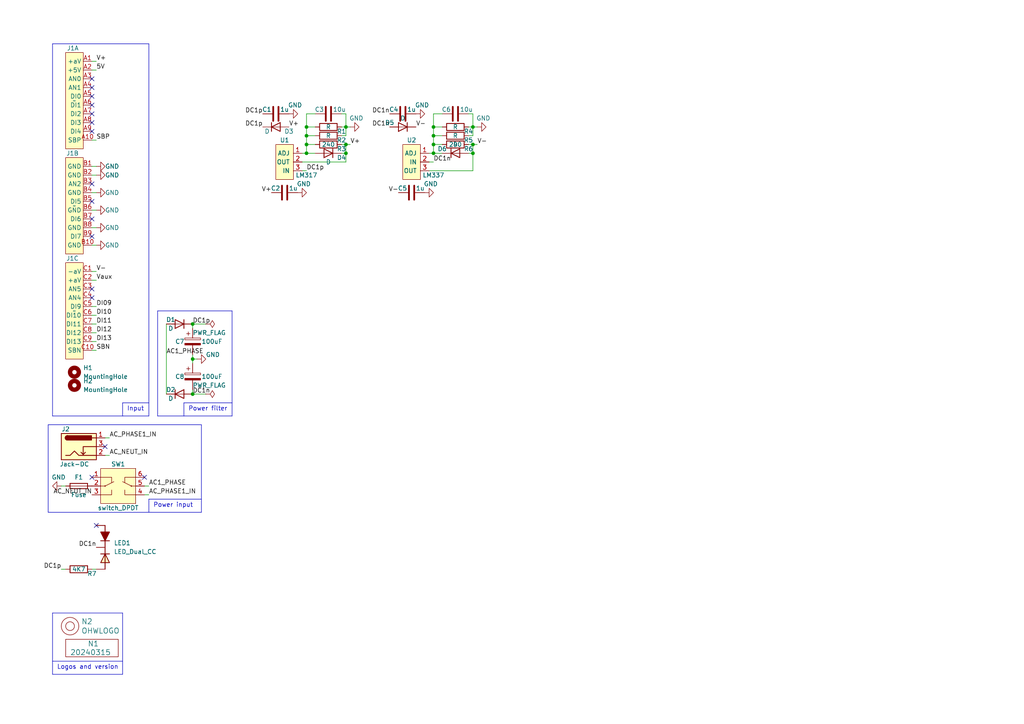
<source format=kicad_sch>
(kicad_sch (version 20230121) (generator eeschema)
  (paper "A4")
  (lib_symbols
    (symbol "Connector:Barrel_Jack_Switch" (pin_names hide)
      (property "Reference" "J" (at 0 5.334 0))
      (property "Value" "Barrel_Jack_Switch" (at 0 -5.08 0))
      (symbol "Barrel_Jack_Switch_0_1"
        (rectangle (start -5.08 3.81) (end 5.08 -3.81) (stroke (width 0.254)) (fill (type background)))
        (arc (start -3.302 3.175) (mid -3.9343 2.54) (end -3.302 1.905) (stroke (width 0.254)))
        (arc (start -3.302 3.175) (mid -3.9343 2.54) (end -3.302 1.905) (stroke (width 0.254)) (fill (type outline)))
        (polyline (pts (xy 1.27 -2.286) (xy 1.905 -1.651)) (stroke (width 0.254)))
        (polyline (pts (xy 5.08 2.54) (xy 3.81 2.54)) (stroke (width 0.254)))
        (polyline (pts (xy 5.08 0) (xy 1.27 0) (xy 1.27 -2.286) (xy 0.635 -1.651)) (stroke (width 0.254)))
        (polyline (pts (xy -3.81 -2.54) (xy -2.54 -2.54) (xy -1.27 -1.27) (xy 0 -2.54) (xy 2.54 -2.54) (xy 5.08 -2.54)) (stroke (width 0.254)))
        (rectangle (start 3.683 3.175) (end -3.302 1.905) (stroke (width 0.254)) (fill (type outline)))
      )
      (symbol "Barrel_Jack_Switch_1_1"
        (pin passive line (at 7.62 2.54 180) (length 2.54) (name "~") (number "1"))
        (pin passive line (at 7.62 -2.54 180) (length 2.54) (name "~") (number "2"))
        (pin passive line (at 7.62 0 180) (length 2.54) (name "~") (number "3"))
      )
    )
    (symbol "Device:C" (pin_numbers hide) (pin_names (offset 0.254))
      (property "Reference" "C" (at 0.635 2.54 0))
      (property "Value" "C" (at 0.635 -2.54 0))
      (symbol "C_0_1"
        (polyline (pts (xy -2.032 -0.762) (xy 2.032 -0.762)) (stroke (width 0.508)))
        (polyline (pts (xy -2.032 0.762) (xy 2.032 0.762)) (stroke (width 0.508)))
      )
      (symbol "C_1_1"
        (pin passive line (at 0 3.81 270) (length 2.794) (name "~") (number "1"))
        (pin passive line (at 0 -3.81 90) (length 2.794) (name "~") (number "2"))
      )
    )
    (symbol "Device:C_Polarized" (pin_numbers hide) (pin_names (offset 0.254))
      (property "Reference" "C" (at 0.635 2.54 0))
      (property "Value" "C_Polarized" (at 0.635 -2.54 0))
      (symbol "C_Polarized_0_1"
        (rectangle (start -2.286 0.508) (end 2.286 1.016))
        (polyline (pts (xy -1.778 2.286) (xy -0.762 2.286)))
        (polyline (pts (xy -1.27 2.794) (xy -1.27 1.778)))
        (rectangle (start 2.286 -0.508) (end -2.286 -1.016) (fill (type outline)))
      )
      (symbol "C_Polarized_1_1"
        (pin passive line (at 0 3.81 270) (length 2.794) (name "~") (number "1"))
        (pin passive line (at 0 -3.81 90) (length 2.794) (name "~") (number "2"))
      )
    )
    (symbol "Device:D" (pin_numbers hide) (pin_names (offset 1.016) hide)
      (property "Reference" "D" (at 0 2.54 0))
      (property "Value" "D" (at 0 -2.54 0))
      (symbol "D_0_1"
        (polyline (pts (xy -1.27 1.27) (xy -1.27 -1.27)) (stroke (width 0.254)))
        (polyline (pts (xy 1.27 0) (xy -1.27 0)))
        (polyline (pts (xy 1.27 1.27) (xy 1.27 -1.27) (xy -1.27 0) (xy 1.27 1.27)) (stroke (width 0.254)))
      )
      (symbol "D_1_1"
        (pin passive line (at -3.81 0 0) (length 2.54) (name "K") (number "1"))
        (pin passive line (at 3.81 0 180) (length 2.54) (name "A") (number "2"))
      )
    )
    (symbol "Device:Fuse" (pin_numbers hide) (pin_names (offset 0))
      (property "Reference" "F" (at 2.032 0 90))
      (property "Value" "Fuse" (at -1.905 0 90))
      (symbol "Fuse_0_1"
        (rectangle (start -0.762 -2.54) (end 0.762 2.54) (stroke (width 0.254)))
        (polyline (pts (xy 0 2.54) (xy 0 -2.54)))
      )
      (symbol "Fuse_1_1"
        (pin passive line (at 0 3.81 270) (length 1.27) (name "~") (number "1"))
        (pin passive line (at 0 -3.81 90) (length 1.27) (name "~") (number "2"))
      )
    )
    (symbol "Device:R" (pin_numbers hide) (pin_names (offset 0))
      (property "Reference" "R" (at 2.032 0 90))
      (property "Value" "R" (at 0 0 90))
      (symbol "R_0_1"
        (rectangle (start -1.016 -2.54) (end 1.016 2.54) (stroke (width 0.254)))
      )
      (symbol "R_1_1"
        (pin passive line (at 0 3.81 270) (length 1.27) (name "~") (number "1"))
        (pin passive line (at 0 -3.81 90) (length 1.27) (name "~") (number "2"))
      )
    )
    (symbol "Mechanical:MountingHole" (pin_names (offset 1.016))
      (property "Reference" "H" (at 0 5.08 0))
      (property "Value" "MountingHole" (at 0 3.175 0))
      (symbol "MountingHole_0_1"
        (circle (center 0 0) (radius 1.27) (stroke (width 1.27)))
      )
    )
    (symbol "SquMes_30pin_1"
      (property "Reference" "J1" (at -1.27 15.24 0))
      (property "Value" "~" (at 0 0 0))
      (symbol "SquMes_30pin_1_1_1"
        (rectangle (start -2.54 13.97) (end 2.54 -13.97) (fill (type background)))
        (pin passive line (at -5.08 11.43 0) (length 2.54) (name "+aV") (number "A1"))
        (pin passive line (at -5.08 -11.43 0) (length 2.54) (name "SBP") (number "A10"))
        (pin passive line (at -5.08 8.89 0) (length 2.54) (name "+5V") (number "A2"))
        (pin passive line (at -5.08 6.35 0) (length 2.54) (name "AN0") (number "A3"))
        (pin passive line (at -5.08 3.81 0) (length 2.54) (name "AN1") (number "A4"))
        (pin passive line (at -5.08 1.27 0) (length 2.54) (name "DI0") (number "A5"))
        (pin passive line (at -5.08 -1.27 0) (length 2.54) (name "DI1") (number "A6"))
        (pin passive line (at -5.08 -3.81 0) (length 2.54) (name "DI2") (number "A7"))
        (pin passive line (at -5.08 -6.35 0) (length 2.54) (name "DI3") (number "A8"))
        (pin passive line (at -5.08 -8.89 0) (length 2.54) (name "DI4") (number "A9"))
      )
      (symbol "SquMes_30pin_1_2_1"
        (rectangle (start -2.54 13.97) (end 2.54 -13.97) (fill (type background)))
        (pin passive line (at -5.08 11.43 0) (length 2.54) (name "GND") (number "B1"))
        (pin passive line (at -5.08 -11.43 0) (length 2.54) (name "GND") (number "B10"))
        (pin passive line (at -5.08 8.89 0) (length 2.54) (name "GND") (number "B2"))
        (pin passive line (at -5.08 6.35 0) (length 2.54) (name "AN2") (number "B3"))
        (pin passive line (at -5.08 3.81 0) (length 2.54) (name "GND") (number "B4"))
        (pin passive line (at -5.08 1.27 0) (length 2.54) (name "DI5") (number "B5"))
        (pin passive line (at -5.08 -1.27 0) (length 2.54) (name "GND") (number "B6"))
        (pin passive line (at -5.08 -3.81 0) (length 2.54) (name "DI6") (number "B7"))
        (pin passive line (at -5.08 -6.35 0) (length 2.54) (name "GND") (number "B8"))
        (pin passive line (at -5.08 -8.89 0) (length 2.54) (name "DI7") (number "B9"))
      )
      (symbol "SquMes_30pin_1_3_1"
        (rectangle (start -2.54 13.97) (end 2.54 -13.97) (fill (type background)))
        (pin passive line (at -5.08 6.35 0) (length 2.54) (name "AN5") (number "+xV"))
        (pin passive line (at -5.08 11.43 0) (length 2.54) (name "-aV") (number "C1"))
        (pin passive line (at -5.08 -11.43 0) (length 2.54) (name "SBN") (number "C10"))
        (pin passive line (at -5.08 8.89 0) (length 2.54) (name "+xV") (number "C2"))
        (pin passive line (at -5.08 3.81 0) (length 2.54) (name "AN4") (number "C4"))
        (pin passive line (at -5.08 1.27 0) (length 2.54) (name "DI9") (number "C5"))
        (pin passive line (at -5.08 -1.27 0) (length 2.54) (name "DI10") (number "C6"))
        (pin passive line (at -5.08 -3.81 0) (length 2.54) (name "DI11") (number "C7"))
        (pin passive line (at -5.08 -6.35 0) (length 2.54) (name "DI12") (number "C8"))
        (pin passive line (at -5.08 -8.89 0) (length 2.54) (name "DI13") (number "C9"))
      )
    )
    (symbol "SquMes_30pin_2"
      (property "Reference" "J" (at 0 15.24 0))
      (symbol "SquMes_30pin_2_1_1"
        (rectangle (start -2.54 13.97) (end 2.54 -13.97) (fill (type background)))
        (pin passive line (at -5.08 11.43 0) (length 2.54) (name "+aV") (number "A1"))
        (pin passive line (at -5.08 -11.43 0) (length 2.54) (name "SBP") (number "A10"))
        (pin passive line (at -5.08 8.89 0) (length 2.54) (name "+5V") (number "A2"))
        (pin passive line (at -5.08 6.35 0) (length 2.54) (name "AN0") (number "A3"))
        (pin passive line (at -5.08 3.81 0) (length 2.54) (name "AN1") (number "A4"))
        (pin passive line (at -5.08 1.27 0) (length 2.54) (name "DI0") (number "A5"))
        (pin passive line (at -5.08 -1.27 0) (length 2.54) (name "DI1") (number "A6"))
        (pin passive line (at -5.08 -3.81 0) (length 2.54) (name "DI2") (number "A7"))
        (pin passive line (at -5.08 -6.35 0) (length 2.54) (name "DI3") (number "A8"))
        (pin passive line (at -5.08 -8.89 0) (length 2.54) (name "DI4") (number "A9"))
      )
      (symbol "SquMes_30pin_2_2_1"
        (rectangle (start -2.54 13.97) (end 2.54 -13.97) (fill (type background)))
        (pin passive line (at -5.08 11.43 0) (length 2.54) (name "GND") (number "B1"))
        (pin passive line (at -5.08 -11.43 0) (length 2.54) (name "GND") (number "B10"))
        (pin passive line (at -5.08 8.89 0) (length 2.54) (name "GND") (number "B2"))
        (pin passive line (at -5.08 6.35 0) (length 2.54) (name "AN2") (number "B3"))
        (pin passive line (at -5.08 3.81 0) (length 2.54) (name "GND") (number "B4"))
        (pin passive line (at -5.08 1.27 0) (length 2.54) (name "DI5") (number "B5"))
        (pin passive line (at -5.08 -1.27 0) (length 2.54) (name "GND") (number "B6"))
        (pin passive line (at -5.08 -3.81 0) (length 2.54) (name "DI6") (number "B7"))
        (pin passive line (at -5.08 -6.35 0) (length 2.54) (name "GND") (number "B8"))
        (pin passive line (at -5.08 -8.89 0) (length 2.54) (name "DI7") (number "B9"))
      )
      (symbol "SquMes_30pin_2_3_1"
        (rectangle (start -2.54 13.97) (end 2.54 -13.97) (fill (type background)))
        (pin passive line (at -5.08 11.43 0) (length 2.54) (name "-aV") (number "C1"))
        (pin passive line (at -5.08 -11.43 0) (length 2.54) (name "SBN") (number "C10"))
        (pin passive line (at -5.08 8.89 0) (length 2.54) (name "+aV") (number "C2"))
        (pin passive line (at -5.08 6.35 0) (length 2.54) (name "AN5") (number "C3"))
        (pin passive line (at -5.08 3.81 0) (length 2.54) (name "AN4") (number "C4"))
        (pin passive line (at -5.08 1.27 0) (length 2.54) (name "DI9") (number "C5"))
        (pin passive line (at -5.08 -1.27 0) (length 2.54) (name "DI10") (number "C6"))
        (pin passive line (at -5.08 -3.81 0) (length 2.54) (name "DI11") (number "C7"))
        (pin passive line (at -5.08 -6.35 0) (length 2.54) (name "DI12") (number "C8"))
        (pin passive line (at -5.08 -8.89 0) (length 2.54) (name "DI13") (number "C9"))
      )
    )
    (symbol "SquantorConnectorsNamed:SquMes_30pin"
      (property "Reference" "J" (at 0 15.24 0))
      (symbol "SquMes_30pin_1_1"
        (rectangle (start -2.54 13.97) (end 2.54 -13.97) (fill (type background)))
        (pin passive line (at -5.08 11.43 0) (length 2.54) (name "+aV") (number "A1"))
        (pin passive line (at -5.08 -11.43 0) (length 2.54) (name "SBP") (number "A10"))
        (pin passive line (at -5.08 8.89 0) (length 2.54) (name "+5V") (number "A2"))
        (pin passive line (at -5.08 6.35 0) (length 2.54) (name "AN0") (number "A3"))
        (pin passive line (at -5.08 3.81 0) (length 2.54) (name "AN1") (number "A4"))
        (pin passive line (at -5.08 1.27 0) (length 2.54) (name "DI0") (number "A5"))
        (pin passive line (at -5.08 -1.27 0) (length 2.54) (name "DI1") (number "A6"))
        (pin passive line (at -5.08 -3.81 0) (length 2.54) (name "DI2") (number "A7"))
        (pin passive line (at -5.08 -6.35 0) (length 2.54) (name "DI3") (number "A8"))
        (pin passive line (at -5.08 -8.89 0) (length 2.54) (name "DI4") (number "A9"))
      )
      (symbol "SquMes_30pin_2_1"
        (rectangle (start -2.54 13.97) (end 2.54 -13.97) (fill (type background)))
        (pin passive line (at -5.08 11.43 0) (length 2.54) (name "GND") (number "B1"))
        (pin passive line (at -5.08 -11.43 0) (length 2.54) (name "GND") (number "B10"))
        (pin passive line (at -5.08 8.89 0) (length 2.54) (name "GND") (number "B2"))
        (pin passive line (at -5.08 6.35 0) (length 2.54) (name "AN2") (number "B3"))
        (pin passive line (at -5.08 3.81 0) (length 2.54) (name "GND") (number "B4"))
        (pin passive line (at -5.08 1.27 0) (length 2.54) (name "DI5") (number "B5"))
        (pin passive line (at -5.08 -1.27 0) (length 2.54) (name "GND") (number "B6"))
        (pin passive line (at -5.08 -3.81 0) (length 2.54) (name "DI6") (number "B7"))
        (pin passive line (at -5.08 -6.35 0) (length 2.54) (name "GND") (number "B8"))
        (pin passive line (at -5.08 -8.89 0) (length 2.54) (name "DI7") (number "B9"))
      )
      (symbol "SquMes_30pin_3_1"
        (rectangle (start -2.54 13.97) (end 2.54 -13.97) (fill (type background)))
        (pin passive line (at -5.08 11.43 0) (length 2.54) (name "-aV") (number "C1"))
        (pin passive line (at -5.08 -11.43 0) (length 2.54) (name "SBN") (number "C10"))
        (pin passive line (at -5.08 8.89 0) (length 2.54) (name "+xV") (number "C2"))
        (pin passive line (at -5.08 6.35 0) (length 2.54) (name "AN5") (number "C3"))
        (pin passive line (at -5.08 3.81 0) (length 2.54) (name "AN4") (number "C4"))
        (pin passive line (at -5.08 1.27 0) (length 2.54) (name "DI9") (number "C5"))
        (pin passive line (at -5.08 -1.27 0) (length 2.54) (name "DI10") (number "C6"))
        (pin passive line (at -5.08 -3.81 0) (length 2.54) (name "DI11") (number "C7"))
        (pin passive line (at -5.08 -6.35 0) (length 2.54) (name "DI12") (number "C8"))
        (pin passive line (at -5.08 -8.89 0) (length 2.54) (name "DI13") (number "C9"))
      )
    )
    (symbol "SquantorDevice:LED_Dual_CC" (pin_numbers hide) (pin_names hide)
      (property "Reference" "LED" (at 0 8.89 0))
      (property "Value" "LED_Dual_CC" (at 0 -8.89 0))
      (symbol "LED_Dual_CC_0_1"
        (polyline (pts (xy -1.27 -1.905) (xy 1.27 -1.905)) (stroke (width 0.254)))
        (polyline (pts (xy -1.27 1.905) (xy 1.27 1.905)) (stroke (width 0.254)))
        (polyline (pts (xy 0 6.35) (xy 0 -6.35)) (stroke (width 0.254)))
        (polyline (pts (xy 0 -1.905) (xy -1.27 -4.445) (xy 1.27 -4.445) (xy 0 -1.905)) (stroke (width 0.254)) (fill (type background)))
        (polyline (pts (xy 0 1.905) (xy 1.27 4.445) (xy -1.27 4.445) (xy 0 1.905)) (stroke (width 0.254)) (fill (type outline)))
      )
      (symbol "LED_Dual_CC_1_1"
        (pin passive line (at -2.54 6.35 0) (length 2.54) (name "A1") (number "1"))
        (pin passive line (at -2.54 0 0) (length 2.54) (name "C") (number "2"))
        (pin passive line (at -2.54 -6.35 0) (length 2.54) (name "A2") (number "3"))
      )
    )
    (symbol "SquantorGenericAnalog:LM317" (pin_names (offset 1.016))
      (property "Reference" "U" (at 0 6.35 0))
      (property "Value" "LM317" (at 0 -6.35 0))
      (symbol "LM317_0_1"
        (polyline (pts (xy -2.54 5.08) (xy -2.54 -5.08) (xy 2.54 -5.08) (xy 2.54 5.08) (xy -2.54 5.08)) (fill (type background)))
      )
      (symbol "LM317_1_1"
        (pin input line (at -5.08 2.54 0) (length 2.54) (name "ADJ") (number "1"))
        (pin power_out line (at -5.08 0 0) (length 2.54) (name "OUT") (number "2"))
        (pin power_in line (at -5.08 -2.54 0) (length 2.54) (name "IN") (number "3"))
      )
    )
    (symbol "SquantorGenericAnalog:LM337" (pin_names (offset 1.016))
      (property "Reference" "U" (at 0 6.35 0))
      (property "Value" "LM337" (at 0 -6.35 0))
      (symbol "LM337_0_1"
        (polyline (pts (xy -2.54 5.08) (xy -2.54 -5.08) (xy 2.54 -5.08) (xy 2.54 5.08) (xy -2.54 5.08)) (fill (type background)))
      )
      (symbol "LM337_1_1"
        (pin input line (at -5.08 2.54 0) (length 2.54) (name "ADJ") (number "1"))
        (pin power_in line (at -5.08 0 0) (length 2.54) (name "IN") (number "2"))
        (pin power_out line (at -5.08 -2.54 0) (length 2.54) (name "OUT") (number "3"))
      )
    )
    (symbol "SquantorLabels:OHWLOGO" (pin_names (offset 1.016))
      (property "Reference" "N" (at 0 3.81 0))
      (property "Value" "OHWLOGO" (at 0 -3.81 0))
      (symbol "OHWLOGO_0_1"
        (circle (center 0 0) (radius 1.27))
        (circle (center 0 0) (radius 2.54))
      )
    )
    (symbol "SquantorLabels:VYYYYMMDD" (pin_names (offset 1.016))
      (property "Reference" "N" (at 0 2.54 0))
      (property "Value" "VYYYYMMDD" (at 0 0 0))
      (symbol "VYYYYMMDD_0_1"
        (rectangle (start 7.62 -1.27) (end -7.62 3.81))
      )
    )
    (symbol "SquantorSwitches:switch_DPDT" (pin_names hide)
      (property "Reference" "SW" (at 0 12.7 0))
      (property "Value" "switch_DPDT" (at 0 -10.795 0))
      (symbol "switch_DPDT_0_1"
        (rectangle (start -5.08 5.08) (end 5.08 -5.08) (fill (type background)))
        (circle (center -3.81 0) (radius 0.127))
        (polyline (pts (xy 4.445 5.08) (xy 4.445 5.08)))
        (polyline (pts (xy -5.08 -2.54) (xy -1.905 -2.54) (xy -1.905 -1.143)))
        (polyline (pts (xy -5.08 0) (xy -3.81 0) (xy -1.27 1.27)))
        (polyline (pts (xy -5.08 2.54) (xy -1.905 2.54) (xy -1.905 1.016)))
        (polyline (pts (xy 5.08 -2.54) (xy 1.905 -2.54) (xy 1.905 -1.143)))
        (polyline (pts (xy 5.08 0) (xy 3.81 0) (xy 1.27 1.27)))
        (polyline (pts (xy 5.08 2.54) (xy 1.905 2.54) (xy 1.905 1.016)))
        (circle (center 3.81 0) (radius 0.127))
        (rectangle (start 5.08 5.08) (end 5.08 5.08) (fill (type background)))
      )
      (symbol "switch_DPDT_1_1"
        (pin passive line (at -7.62 2.54 0) (length 2.54) (name "SW1_P1") (number "1"))
        (pin passive line (at -7.62 0 0) (length 2.54) (name "SW1_C1") (number "2"))
        (pin passive line (at -7.62 -2.54 0) (length 2.54) (name "SW1_P2") (number "3"))
        (pin passive line (at 7.62 -2.54 180) (length 2.54) (name "SW2_P2") (number "4"))
        (pin passive line (at 7.62 0 180) (length 2.54) (name "SW2_C1") (number "5"))
        (pin passive line (at 7.62 2.54 180) (length 2.54) (name "SW2_P2") (number "6"))
      )
    )
    (symbol "power:GND" (power) (pin_names (offset 0))
      (property "Value" "GND" (at 0 -3.81 0))
      (symbol "GND_0_1"
        (polyline (pts (xy 0 0) (xy 0 -1.27) (xy 1.27 -1.27) (xy 0 -2.54) (xy -1.27 -1.27) (xy 0 -1.27)))
      )
      (symbol "GND_1_1"
        (pin power_in line (at 0 0 270) (length 0) hide (name "GND") (number "1"))
      )
    )
    (symbol "power:PWR_FLAG" (power) (pin_numbers hide) (pin_names (offset 0) hide)
      (property "Value" "PWR_FLAG" (at 0 3.81 0))
      (symbol "PWR_FLAG_0_0"
        (pin power_out line (at 0 0 90) (length 0) (name "pwr") (number "1"))
      )
      (symbol "PWR_FLAG_0_1"
        (polyline (pts (xy 0 0) (xy 0 1.27) (xy -1.016 1.905) (xy 0 2.54) (xy 1.016 1.905) (xy 0 1.27)))
      )
    )
  )
  (junction (at 137.16 44.45))
  (junction (at 125.73 39.37))
  (junction (at 88.9 44.45))
  (junction (at 125.73 44.45))
  (junction (at 100.33 36.83))
  (junction (at 55.88 93.98))
  (junction (at 125.73 41.91))
  (junction (at 88.9 39.37))
  (junction (at 100.33 41.91))
  (junction (at 125.73 36.83))
  (junction (at 55.88 104.14))
  (junction (at 55.88 114.3))
  (junction (at 100.33 44.45))
  (junction (at 88.9 36.83))
  (junction (at 137.16 36.83))
  (junction (at 88.9 41.91))
  (junction (at 137.16 41.91))
  (no_connect (at 26.67 25.4))
  (no_connect (at 26.67 83.82))
  (no_connect (at 27.94 152.4))
  (no_connect (at 26.67 58.42))
  (no_connect (at 26.67 27.94))
  (no_connect (at 41.91 138.43))
  (no_connect (at 26.67 63.5))
  (no_connect (at 26.67 33.02))
  (no_connect (at 26.67 22.86))
  (no_connect (at 30.48 129.54))
  (no_connect (at 26.67 38.1))
  (no_connect (at 26.67 86.36))
  (no_connect (at 26.67 35.56))
  (no_connect (at 26.67 68.58))
  (no_connect (at 26.67 53.34))
  (no_connect (at 26.67 30.48))
  (no_connect (at 26.67 138.43))
  (wire (pts (xy 100.33 33.02) (xy 99.06 33.02)))
  (wire (pts (xy 55.88 102.87) (xy 55.88 104.14)))
  (wire (pts (xy 100.33 36.83) (xy 101.6 36.83)))
  (wire (pts (xy 87.63 46.99) (xy 100.33 46.99)))
  (wire (pts (xy 99.06 39.37) (xy 100.33 39.37)))
  (wire (pts (xy 88.9 39.37) (xy 88.9 41.91)))
  (wire (pts (xy 26.67 81.28) (xy 27.94 81.28)))
  (wire (pts (xy 41.91 140.97) (xy 43.18 140.97)))
  (wire (pts (xy 125.73 41.91) (xy 128.27 41.91)))
  (wire (pts (xy 88.9 39.37) (xy 91.44 39.37)))
  (wire (pts (xy 125.73 44.45) (xy 125.73 41.91)))
  (wire (pts (xy 26.67 66.04) (xy 27.94 66.04)))
  (wire (pts (xy 137.16 44.45) (xy 137.16 41.91)))
  (polyline (pts (xy 15.24 177.8) (xy 15.24 195.58)))
  (wire (pts (xy 135.89 41.91) (xy 137.16 41.91)))
  (polyline (pts (xy 35.56 177.8) (xy 15.24 177.8)))
  (wire (pts (xy 26.67 101.6) (xy 27.94 101.6)))
  (wire (pts (xy 26.67 48.26) (xy 27.94 48.26)))
  (wire (pts (xy 125.73 33.02) (xy 125.73 36.83)))
  (polyline (pts (xy 53.34 116.84) (xy 53.34 120.65)))
  (wire (pts (xy 26.67 20.32) (xy 27.94 20.32)))
  (wire (pts (xy 30.48 127) (xy 31.75 127)))
  (wire (pts (xy 100.33 44.45) (xy 100.33 46.99)))
  (wire (pts (xy 17.78 165.1) (xy 19.05 165.1)))
  (wire (pts (xy 48.26 93.98) (xy 48.26 114.3)))
  (wire (pts (xy 30.48 132.08) (xy 31.75 132.08)))
  (wire (pts (xy 43.18 143.51) (xy 41.91 143.51)))
  (wire (pts (xy 135.89 39.37) (xy 137.16 39.37)))
  (polyline (pts (xy 15.24 12.7) (xy 43.18 12.7)))
  (wire (pts (xy 124.46 49.53) (xy 137.16 49.53)))
  (wire (pts (xy 19.05 140.97) (xy 17.78 140.97)))
  (wire (pts (xy 87.63 49.53) (xy 88.9 49.53)))
  (polyline (pts (xy 58.42 144.78) (xy 43.18 144.78)))
  (polyline (pts (xy 58.42 123.19) (xy 13.97 123.19)))
  (polyline (pts (xy 43.18 120.65) (xy 15.24 120.65)))
  (wire (pts (xy 125.73 36.83) (xy 125.73 39.37)))
  (wire (pts (xy 100.33 36.83) (xy 100.33 33.02)))
  (wire (pts (xy 88.9 44.45) (xy 88.9 41.91)))
  (wire (pts (xy 55.88 104.14) (xy 55.88 105.41)))
  (polyline (pts (xy 43.18 116.84) (xy 35.56 116.84)))
  (wire (pts (xy 137.16 33.02) (xy 135.89 33.02)))
  (polyline (pts (xy 45.72 120.65) (xy 67.31 120.65)))
  (wire (pts (xy 99.06 44.45) (xy 100.33 44.45)))
  (polyline (pts (xy 45.72 90.17) (xy 45.72 120.65)))
  (wire (pts (xy 137.16 41.91) (xy 138.43 41.91)))
  (wire (pts (xy 55.88 114.3) (xy 59.69 114.3)))
  (wire (pts (xy 26.67 55.88) (xy 27.94 55.88)))
  (polyline (pts (xy 67.31 116.84) (xy 53.34 116.84)))
  (polyline (pts (xy 13.97 123.19) (xy 13.97 148.59)))
  (wire (pts (xy 26.67 99.06) (xy 27.94 99.06)))
  (wire (pts (xy 124.46 44.45) (xy 125.73 44.45)))
  (wire (pts (xy 88.9 33.02) (xy 88.9 36.83)))
  (wire (pts (xy 100.33 44.45) (xy 100.33 41.91)))
  (wire (pts (xy 135.89 44.45) (xy 137.16 44.45)))
  (wire (pts (xy 99.06 41.91) (xy 100.33 41.91)))
  (wire (pts (xy 26.67 165.1) (xy 27.94 165.1)))
  (wire (pts (xy 26.67 96.52) (xy 27.94 96.52)))
  (wire (pts (xy 26.67 17.78) (xy 27.94 17.78)))
  (wire (pts (xy 26.67 78.74) (xy 27.94 78.74)))
  (wire (pts (xy 26.67 60.96) (xy 27.94 60.96)))
  (wire (pts (xy 124.46 46.99) (xy 125.73 46.99)))
  (wire (pts (xy 55.88 93.98) (xy 55.88 95.25)))
  (wire (pts (xy 125.73 39.37) (xy 128.27 39.37)))
  (wire (pts (xy 100.33 41.91) (xy 101.6 41.91)))
  (wire (pts (xy 87.63 44.45) (xy 88.9 44.45)))
  (wire (pts (xy 91.44 44.45) (xy 88.9 44.45)))
  (wire (pts (xy 137.16 36.83) (xy 138.43 36.83)))
  (wire (pts (xy 128.27 33.02) (xy 125.73 33.02)))
  (polyline (pts (xy 67.31 120.65) (xy 67.31 90.17)))
  (wire (pts (xy 137.16 39.37) (xy 137.16 36.83)))
  (wire (pts (xy 26.67 88.9) (xy 27.94 88.9)))
  (wire (pts (xy 137.16 44.45) (xy 137.16 49.53)))
  (wire (pts (xy 55.88 113.03) (xy 55.88 114.3)))
  (polyline (pts (xy 35.56 195.58) (xy 35.56 177.8)))
  (polyline (pts (xy 15.24 195.58) (xy 35.56 195.58)))
  (polyline (pts (xy 58.42 148.59) (xy 58.42 123.19)))
  (wire (pts (xy 57.15 104.14) (xy 55.88 104.14)))
  (wire (pts (xy 26.67 71.12) (xy 27.94 71.12)))
  (polyline (pts (xy 13.97 148.59) (xy 58.42 148.59)))
  (polyline (pts (xy 35.56 116.84) (xy 35.56 120.65)))
  (wire (pts (xy 26.67 40.64) (xy 27.94 40.64)))
  (polyline (pts (xy 15.24 12.7) (xy 15.24 120.65)))
  (wire (pts (xy 137.16 36.83) (xy 137.16 33.02)))
  (polyline (pts (xy 43.18 12.7) (xy 43.18 120.65)))
  (wire (pts (xy 125.73 39.37) (xy 125.73 41.91)))
  (wire (pts (xy 88.9 41.91) (xy 91.44 41.91)))
  (wire (pts (xy 135.89 36.83) (xy 137.16 36.83)))
  (polyline (pts (xy 67.31 90.17) (xy 45.72 90.17)))
  (wire (pts (xy 128.27 36.83) (xy 125.73 36.83)))
  (wire (pts (xy 88.9 36.83) (xy 88.9 39.37)))
  (wire (pts (xy 100.33 39.37) (xy 100.33 36.83)))
  (polyline (pts (xy 43.18 144.78) (xy 43.18 148.59)))
  (wire (pts (xy 26.67 50.8) (xy 27.94 50.8)))
  (wire (pts (xy 26.67 91.44) (xy 27.94 91.44)))
  (wire (pts (xy 128.27 44.45) (xy 125.73 44.45)))
  (wire (pts (xy 99.06 36.83) (xy 100.33 36.83)))
  (wire (pts (xy 91.44 36.83) (xy 88.9 36.83)))
  (wire (pts (xy 91.44 33.02) (xy 88.9 33.02)))
  (polyline (pts (xy 15.24 191.77) (xy 35.56 191.77)))
  (wire (pts (xy 55.88 93.98) (xy 59.69 93.98)))
  (wire (pts (xy 26.67 93.98) (xy 27.94 93.98)))
  (text "Input" (at 36.83 119.38 0) (effects (font (size 1.27 1.27)) (justify left bottom)))
  (text "Logos and version" (at 16.51 194.31 0) (effects (font (size 1.27 1.27)) (justify left bottom)))
  (text "Power filter" (at 54.61 119.38 0) (effects (font (size 1.27 1.27)) (justify left bottom)))
  (text "Power input" (at 44.45 147.32 0) (effects (font (size 1.27 1.27)) (justify left bottom)))
  (label "DI10" (at 27.94 91.44 0))
  (label "DC1p" (at 55.88 93.98 0))
  (label "SBP" (at 27.94 40.64 0))
  (label "DC1p" (at 76.2 36.83 180))
  (label "V+" (at 101.6 41.91 0))
  (label "AC_NEUT_IN" (at 26.67 143.51 180))
  (label "DC1n" (at 113.03 33.02 180))
  (label "DI11" (at 27.94 93.98 0))
  (label "SBN" (at 27.94 101.6 0))
  (label "DC1n" (at 125.73 46.99 0))
  (label "DC1p" (at 88.9 49.53 0))
  (label "DI13" (at 27.94 99.06 0))
  (label "V-" (at 120.65 36.83 0))
  (label "AC_NEUT_IN" (at 31.75 132.08 0))
  (label "DI12" (at 27.94 96.52 0))
  (label "AC1_PHASE" (at 48.26 102.87 0))
  (label "AC_PHASE1_IN" (at 31.75 127 0))
  (label "V-" (at 115.57 55.88 180))
  (label "V-" (at 138.43 41.91 0))
  (label "DC1n" (at 113.03 36.83 180))
  (label "5V" (at 27.94 20.32 0))
  (label "DC1n" (at 27.94 158.75 180))
  (label "V-" (at 27.94 78.74 0))
  (label "Vaux" (at 27.94 81.28 0))
  (label "DC1p" (at 76.2 33.02 180))
  (label "DI09" (at 27.94 88.9 0))
  (label "DC1n" (at 55.88 114.3 0))
  (label "DC1p" (at 17.78 165.1 180))
  (label "V+" (at 78.74 55.88 180))
  (label "AC1_PHASE" (at 43.18 140.97 0))
  (label "V+" (at 27.94 17.78 0))
  (label "V+" (at 83.82 36.83 0))
  (label "AC_PHASE1_IN" (at 43.18 143.51 0))
  (symbol (lib_id "SquantorLabels:VYYYYMMDD") (at 26.67 189.23 0) (unit 1)
    (property "Reference" "N1" (at 25.4 186.69 0) (effects (font (size 1.524 1.524)) (justify left)))
    (property "Value" "20240315" (at 20.32 189.23 0) (effects (font (size 1.524 1.524)) (justify left)))
    (property "Footprint" "SquantorLabels:Label_Generic" (effects hide))
  )
  (symbol (lib_id "SquantorLabels:OHWLOGO") (at 20.32 181.61 0) (unit 1)
    (property "Reference" "N2" (at 23.5712 180.2638 0) (effects (font (size 1.524 1.524)) (justify left)))
    (property "Value" "OHWLOGO" (at 23.5712 182.9562 0) (effects (font (size 1.524 1.524)) (justify left)))
    (property "Footprint" "Symbol:OSHW-Symbol_6.7x6mm_SilkScreen" (effects hide))
  )
  (symbol (lib_id "Device:R") (at 132.08 39.37 90) (unit 1)
    (property "Reference" "R5" (at 135.89 40.64 90))
    (property "Value" "R" (at 132.08 39.37 90))
    (property "Footprint" "SquantorResistor:R_0805+0603" (effects hide))
  )
  (symbol (lib_id "Device:D") (at 52.07 114.3 0) (unit 1)
    (property "Reference" "D2" (at 49.53 113.03 0))
    (property "Value" "D" (at 49.53 115.57 0))
    (property "Footprint" "SquantorDiodes:SOD-123F-hand" (effects hide))
    (property "Sim.Device" "D" (effects hide))
    (property "Sim.Pins" "1=K 2=A" (effects hide))
  )
  (symbol (lib_id "Device:C") (at 80.01 33.02 90) (unit 1)
    (property "Reference" "C1" (at 78.74 31.75 90) (effects (justify left)))
    (property "Value" "1u" (at 83.82 31.75 90) (effects (justify left)))
    (property "Footprint" "SquantorCapacitor:C_0805+0603" (effects hide))
  )
  (symbol (lib_id "Device:R") (at 95.25 41.91 90) (unit 1)
    (property "Reference" "R3" (at 99.06 43.18 90))
    (property "Value" "240" (at 95.25 41.91 90))
    (property "Footprint" "SquantorResistor:R_0805+0603" (effects hide))
  )
  (symbol (lib_id "power:GND") (at 86.36 55.88 90) (unit 1)
    (property "Reference" "#PWR09" (effects hide))
    (property "Value" "GND" (at 90.17 53.34 90) (effects (justify left)))
  )
  (symbol (lib_id "Device:C") (at 119.38 55.88 90) (unit 1)
    (property "Reference" "C5" (at 118.11 54.61 90) (effects (justify left)))
    (property "Value" "1u" (at 123.19 54.61 90) (effects (justify left)))
    (property "Footprint" "SquantorCapacitor:C_0805+0603" (effects hide))
  )
  (symbol (lib_id "power:GND") (at 17.78 140.97 270) (unit 1)
    (property "Reference" "#PWR07" (effects hide))
    (property "Value" "GND" (at 19.05 138.43 90) (effects (justify right)))
  )
  (symbol (lib_id "Device:C") (at 95.25 33.02 90) (unit 1)
    (property "Reference" "C3" (at 93.98 31.75 90) (effects (justify left)))
    (property "Value" "10u" (at 100.33 31.75 90) (effects (justify left)))
    (property "Footprint" "SquantorCapacitor:C_0805+0603" (effects hide))
  )
  (symbol (lib_id "Device:D") (at 52.07 93.98 180) (unit 1)
    (property "Reference" "D1" (at 49.53 92.71 0))
    (property "Value" "D" (at 49.53 95.25 0))
    (property "Footprint" "SquantorDiodes:SOD-123F-hand" (effects hide))
    (property "Sim.Device" "D" (effects hide))
    (property "Sim.Pins" "1=K 2=A" (effects hide))
  )
  (symbol (lib_id "SquantorConnectorsNamed:SquMes_30pin") (at 21.59 29.21 0) (mirror y) (unit 1)
    (property "Reference" "J1" (at 22.86 13.97 0) (effects (justify left)))
    (property "Value" "~" (at 21.59 29.21 0))
    (property "Footprint" "SquantorConnectors:DIN41612_C3_3x10_Male_Horizontal_THT" (effects hide))
  )
  (symbol (lib_id "Device:C_Polarized") (at 55.88 109.22 0) (unit 1)
    (property "Reference" "C8" (at 50.8 109.22 0) (effects (justify left)))
    (property "Value" "100uF" (at 58.42 109.22 0) (effects (justify left)))
    (property "Footprint" "SquantorCapacitor:C-050-100-elco-lying" (effects hide))
  )
  (symbol (lib_id "power:PWR_FLAG") (at 59.69 114.3 270) (unit 1)
    (property "Reference" "#FLG02" (effects hide))
    (property "Value" "PWR_FLAG" (at 55.88 111.76 90) (effects (justify left)))
  )
  (symbol (lib_id "power:GND") (at 101.6 36.83 90) (unit 1)
    (property "Reference" "#PWR010" (effects hide))
    (property "Value" "GND" (at 105.41 34.29 90) (effects (justify left)))
  )
  (symbol (lib_id "power:GND") (at 27.94 48.26 90) (unit 1)
    (property "Reference" "#PWR01" (effects hide))
    (property "Value" "GND" (at 30.48 48.26 90) (effects (justify right)))
  )
  (symbol (lib_id "power:GND") (at 83.82 33.02 90) (unit 1)
    (property "Reference" "#PWR08" (effects hide))
    (property "Value" "GND" (at 87.63 30.48 90) (effects (justify left)))
  )
  (symbol (lib_id "power:GND") (at 27.94 50.8 90) (unit 1)
    (property "Reference" "#PWR02" (effects hide))
    (property "Value" "GND" (at 30.48 50.8 90) (effects (justify right)))
  )
  (symbol (lib_id "Device:R") (at 132.08 36.83 90) (unit 1)
    (property "Reference" "R4" (at 135.89 38.1 90))
    (property "Value" "R" (at 132.08 36.83 90))
    (property "Footprint" "SquantorResistor:R_0805+0603" (effects hide))
  )
  (symbol (lib_id "Device:D") (at 132.08 44.45 0) (unit 1)
    (property "Reference" "D6" (at 128.27 43.18 0))
    (property "Value" "D" (at 132.08 41.91 0))
    (property "Footprint" "SquantorDiodes:SOD-323-nexperia-hand" (effects hide))
    (property "Sim.Device" "D" (effects hide))
    (property "Sim.Pins" "1=K 2=A" (effects hide))
  )
  (symbol (lib_id "SquantorDevice:LED_Dual_CC") (at 30.48 158.75 0) (unit 1)
    (property "Reference" "LED1" (at 33.02 157.48 0) (effects (justify left)))
    (property "Value" "LED_Dual_CC" (at 33.02 160.02 0) (effects (justify left)))
    (property "Footprint" "SquantorDiodes:LED_DUAL_TH245_90deg" (effects hide))
  )
  (symbol (lib_id "Device:D") (at 80.01 36.83 0) (unit 1)
    (property "Reference" "D3" (at 83.82 38.1 0))
    (property "Value" "D" (at 77.47 38.1 0))
    (property "Footprint" "SquantorDiodes:SOD-123F-hand" (effects hide))
    (property "Sim.Device" "D" (effects hide))
    (property "Sim.Pins" "1=K 2=A" (effects hide))
  )
  (symbol (lib_id "Device:R") (at 22.86 165.1 90) (unit 1)
    (property "Reference" "R7" (at 26.67 166.37 90))
    (property "Value" "4K7" (at 22.86 165.1 90))
    (property "Footprint" "SquantorResistor:R_0805+0603" (effects hide))
  )
  (symbol (lib_id "Device:R") (at 95.25 39.37 90) (unit 1)
    (property "Reference" "R2" (at 99.06 40.64 90))
    (property "Value" "R" (at 95.25 39.37 90))
    (property "Footprint" "SquantorResistor:R_0805+0603" (effects hide))
  )
  (symbol (lib_id "SquantorGenericAnalog:LM337") (at 119.38 46.99 0) (mirror y) (unit 1)
    (property "Reference" "U2" (at 119.38 40.64 0))
    (property "Value" "LM337" (at 125.73 50.8 0))
    (property "Footprint" "SquantorIC:TO-252_D-PAK_IRF" (effects hide))
  )
  (symbol (lib_id "power:GND") (at 27.94 71.12 90) (unit 1)
    (property "Reference" "#PWR06" (effects hide))
    (property "Value" "GND" (at 30.48 71.12 90) (effects (justify right)))
  )
  (symbol (lib_id "power:GND") (at 27.94 66.04 90) (unit 1)
    (property "Reference" "#PWR05" (effects hide))
    (property "Value" "GND" (at 30.48 66.04 90) (effects (justify right)))
  )
  (symbol (lib_id "power:PWR_FLAG") (at 59.69 93.98 270) (unit 1)
    (property "Reference" "#FLG01" (effects hide))
    (property "Value" "PWR_FLAG" (at 55.88 96.52 90) (effects (justify left)))
  )
  (symbol (lib_id "Device:C_Polarized") (at 55.88 99.06 0) (unit 1)
    (property "Reference" "C7" (at 50.8 99.06 0) (effects (justify left)))
    (property "Value" "100uF" (at 58.42 99.06 0) (effects (justify left)))
    (property "Footprint" "SquantorCapacitor:C-050-100-elco-lying" (effects hide))
  )
  (symbol (lib_id "power:GND") (at 27.94 60.96 90) (unit 1)
    (property "Reference" "#PWR04" (effects hide))
    (property "Value" "GND" (at 30.48 60.96 90) (effects (justify right)))
  )
  (symbol (lib_id "SquantorSwitches:switch_DPDT") (at 34.29 140.97 0) (unit 1)
    (property "Reference" "SW1" (at 34.29 134.62 0))
    (property "Value" "switch_DPDT" (at 34.29 147.32 0))
    (property "Footprint" "SquantorSwitches:PS-22F02" (effects hide))
  )
  (symbol (lib_id "Device:R") (at 132.08 41.91 90) (unit 1)
    (property "Reference" "R6" (at 135.89 43.18 90))
    (property "Value" "240" (at 132.08 41.91 90))
    (property "Footprint" "SquantorResistor:R_0805+0603" (effects hide))
  )
  (symbol (lib_id "Device:D") (at 116.84 36.83 180) (unit 1)
    (property "Reference" "D5" (at 113.03 35.56 0))
    (property "Value" "D" (at 116.84 34.29 0))
    (property "Footprint" "SquantorDiodes:SOD-123F-hand" (effects hide))
    (property "Sim.Device" "D" (effects hide))
    (property "Sim.Pins" "1=K 2=A" (effects hide))
  )
  (symbol (lib_id "Mechanical:MountingHole") (at 21.59 107.95 0) (unit 1)
    (property "Reference" "H1" (at 24.13 106.68 0) (effects (justify left)))
    (property "Value" "MountingHole" (at 24.13 109.22 0) (effects (justify left)))
    (property "Footprint" "MountingHole:MountingHole_2.7mm_M2.5_Pad" (effects hide))
  )
  (symbol (lib_id "Device:C") (at 116.84 33.02 90) (unit 1)
    (property "Reference" "C4" (at 115.57 31.75 90) (effects (justify left)))
    (property "Value" "1u" (at 120.65 31.75 90) (effects (justify left)))
    (property "Footprint" "SquantorCapacitor:C_0805+0603" (effects hide))
  )
  (symbol (lib_id "Device:C") (at 82.55 55.88 90) (unit 1)
    (property "Reference" "C2" (at 81.28 54.61 90) (effects (justify left)))
    (property "Value" "1u" (at 86.36 54.61 90) (effects (justify left)))
    (property "Footprint" "SquantorCapacitor:C_0805+0603" (effects hide))
  )
  (symbol (lib_id "SquantorGenericAnalog:LM317") (at 82.55 46.99 0) (mirror y) (unit 1)
    (property "Reference" "U1" (at 82.55 40.64 0))
    (property "Value" "LM317" (at 88.9 50.8 0))
    (property "Footprint" "SquantorIC:TO-252_D-PAK_IRF" (effects hide))
  )
  (symbol (lib_id "power:GND") (at 138.43 36.83 90) (unit 1)
    (property "Reference" "#PWR013" (effects hide))
    (property "Value" "GND" (at 142.24 34.29 90) (effects (justify left)))
  )
  (symbol (lib_id "Mechanical:MountingHole") (at 21.59 111.76 0) (unit 1)
    (property "Reference" "H2" (at 24.13 110.49 0) (effects (justify left)))
    (property "Value" "MountingHole" (at 24.13 113.03 0) (effects (justify left)))
    (property "Footprint" "MountingHole:MountingHole_2.7mm_M2.5_Pad" (effects hide))
  )
  (symbol (lib_id "power:GND") (at 27.94 55.88 90) (unit 1)
    (property "Reference" "#PWR03" (effects hide))
    (property "Value" "GND" (at 30.48 55.88 90) (effects (justify right)))
  )
  (symbol (lib_id "Device:R") (at 95.25 36.83 90) (unit 1)
    (property "Reference" "R1" (at 99.06 38.1 90))
    (property "Value" "R" (at 95.25 36.83 90))
    (property "Footprint" "SquantorResistor:R_0805+0603" (effects hide))
  )
  (symbol (lib_id "power:GND") (at 120.65 33.02 90) (unit 1)
    (property "Reference" "#PWR011" (effects hide))
    (property "Value" "GND" (at 124.46 30.48 90) (effects (justify left)))
  )
  (symbol (lib_id "Device:D") (at 95.25 44.45 180) (unit 1)
    (property "Reference" "D4" (at 99.06 45.72 0))
    (property "Value" "D" (at 95.25 46.99 0))
    (property "Footprint" "SquantorDiodes:SOD-323-nexperia-hand" (effects hide))
    (property "Sim.Device" "D" (effects hide))
    (property "Sim.Pins" "1=K 2=A" (effects hide))
  )
  (symbol (lib_name "SquMes_30pin_1") (lib_id "SquantorConnectorsNamed:SquMes_30pin") (at 21.59 59.69 0) (mirror y) (unit 2)
    (property "Reference" "J1" (at 22.86 44.45 0) (effects (justify left)))
    (property "Value" "~" (at 21.59 59.69 0))
    (property "Footprint" "SquantorConnectors:DIN41612_C3_3x10_Male_Horizontal_THT" (effects hide))
  )
  (symbol (lib_id "power:GND") (at 123.19 55.88 90) (unit 1)
    (property "Reference" "#PWR012" (effects hide))
    (property "Value" "GND" (at 127 53.34 90) (effects (justify left)))
  )
  (symbol (lib_id "power:GND") (at 57.15 104.14 90) (mirror x) (unit 1)
    (property "Reference" "#PWR014" (effects hide))
    (property "Value" "GND" (at 59.69 102.87 90) (effects (justify right)))
  )
  (symbol (lib_id "Connector:Barrel_Jack_Switch") (at 22.86 129.54 0) (unit 1)
    (property "Reference" "J2" (at 19.05 124.46 0))
    (property "Value" "Jack-DC" (at 21.59 134.62 0))
    (property "Footprint" "SquantorConnectors:BarrelJack_Horizontal_Holed" (effects hide))
  )
  (symbol (lib_name "SquMes_30pin_2") (lib_id "SquantorConnectorsNamed:SquMes_30pin") (at 21.59 90.17 0) (mirror y) (unit 3)
    (property "Reference" "J1" (at 22.86 74.93 0) (effects (justify left)))
    (property "Value" "~" (at 21.59 90.17 0))
    (property "Footprint" "SquantorConnectors:DIN41612_C3_3x10_Male_Horizontal_THT" (effects hide))
  )
  (symbol (lib_id "Device:C") (at 132.08 33.02 90) (unit 1)
    (property "Reference" "C6" (at 130.81 31.75 90) (effects (justify left)))
    (property "Value" "10u" (at 137.16 31.75 90) (effects (justify left)))
    (property "Footprint" "SquantorCapacitor:C_0805+0603" (effects hide))
  )
  (symbol (lib_id "Device:Fuse") (at 22.86 140.97 270) (unit 1)
    (property "Reference" "F1" (at 22.86 138.43 90))
    (property "Value" "Fuse" (at 22.86 143.51 90))
    (property "Footprint" "SquantorRcl:F_1812-bourns" (effects hide))
  )
)
</source>
